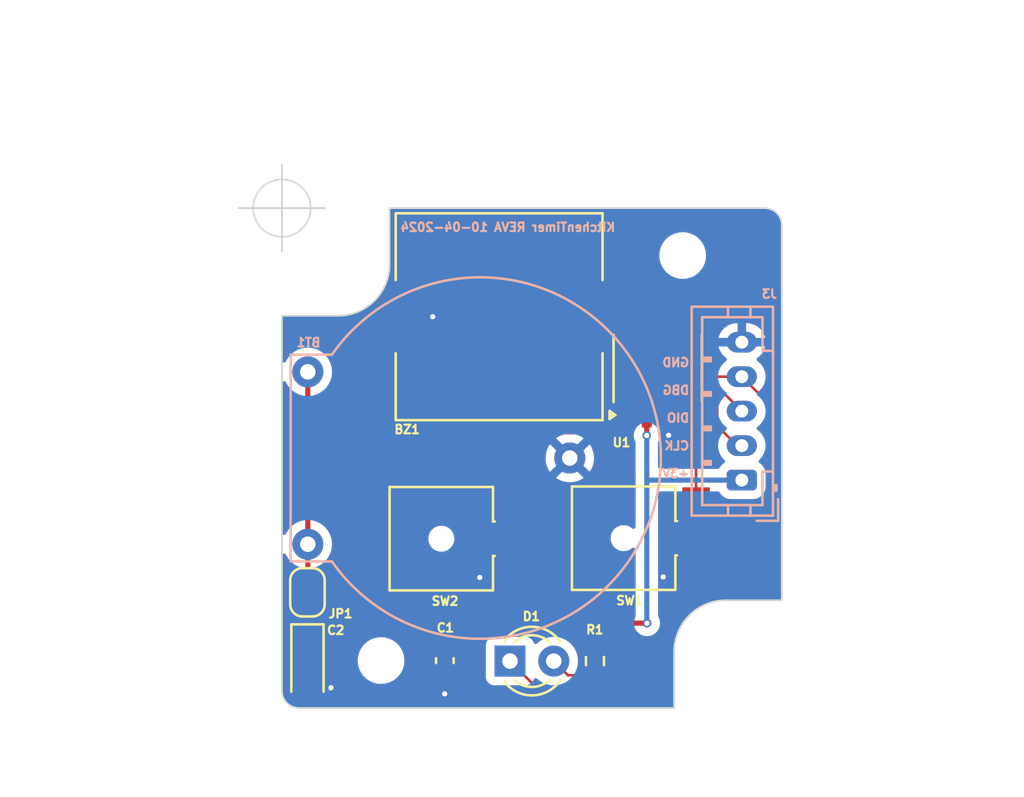
<source format=kicad_pcb>
(kicad_pcb (version 20221018) (generator pcbnew)
  (title_block (title "NiMHRegulator") (date "24 jun 2013") (company "SDL"))
  (layers (0 "F.Cu" signal) (31 "B.Cu" signal) (34 "B.Paste" user) (35 "F.Paste" user) (36 "B.SilkS" user "B.Silkscreen") (37 "F.SilkS" user "F.Silkscreen") (38 "B.Mask" user) (39 "F.Mask" user) (44 "Edge.Cuts" user))
  (net 0 "")
  (net 1 "GND")
  (net 2 "+3V0")
  (net 3 "Net-(BZ1--)")
  (net 4 "Net-(D1-A)")
  (net 5 "Net-(D1-K)")
  (net 6 "SWDIO")
  (net 7 "+BATT")
  (net 8 "SWCLK")
  (net 9 "Net-(U1-PC14{slash}PB7{slash}PB8{slash}PB9)")
  (net 10 "Net-(U1-PF2{slash}PA0{slash}PA1{slash}PA2)")
  (footprint "project_footprints:SW_TS06-667-50-BK-100-G-SMT-TR" (layer "F.Cu") (at 91.625 54.95 180)
    (fp_text reference "SW1" (at -0.345 -3.62 unlocked) (layer "F.SilkS") (effects (font (size 0.5 0.5) (thickness 0.125))))
    (fp_text value "SW_Push")
    (fp_line (start -3 -3) (end -3 -1) (stroke (width 0.15)) (layer "F.SilkS"))
    (fp_line (start -3 -1) (end -3.1 -1) (stroke (width 0.15)) (layer "F.SilkS"))
    (fp_line (start -3 1) (end -3.1 1) (stroke (width 0.15)) (layer "F.SilkS"))
    (fp_line (start -3 1) (end -3 3) (stroke (width 0.15)) (layer "F.SilkS"))
    (fp_line (start -3 3) (end 3 3) (stroke (width 0.15)) (layer "F.SilkS"))
    (fp_line (start 3 -3) (end -3 -3) (stroke (width 0.15)) (layer "F.SilkS"))
    (fp_line (start 3 3) (end 3 -3) (stroke (width 0.15)) (layer "F.SilkS"))
    (pad "1" smd rect (at -4.2 -2.25 180) (size 1.6 1.4) (layers "F.Cu" "F.Paste" "F.Mask") (net 1 "GND"))
    (pad "2" smd rect (at -4.2 2.25 180) (size 1.6 1.4) (layers "F.Cu" "F.Paste" "F.Mask") (net 10 "Net-(U1-PF2{slash}PA0{slash}PA1{slash}PA2)"))
    (pad "3" smd rect (at 4.2 -2.25 180) (size 1.6 1.4) (layers "F.Cu" "F.Paste" "F.Mask"))
    (pad "4" smd rect (at 4.2 2.25 180) (size 1.6 1.4) (layers "F.Cu" "F.Paste" "F.Mask"))
    (pad "5" smd rect (at -4.2 0 180) (size 1.6 1.4) (layers "F.Cu" "F.Paste" "F.Mask"))
  )
  (footprint "project_footprints:LocationHole_1mm" (layer "F.Cu") (at 81.045 54.98)
    (fp_text reference "H4" hide)
    (fp_text value "MountingHole")
    (pad "" np_thru_hole circle (at 0 0) (size 1 1) (drill 1) (layers "F&B.Cu" "*.Mask"))
  )
  (footprint "Jumper:SolderJumper-2_P1.3mm_Open_RoundedPad1.0x1.5mm" (layer "F.Cu") (at 73.28 58.09 -90)
    (fp_text reference "JP1" (at 1.24 -1.92 unlocked) (layer "F.SilkS") (effects (font (size 0.5 0.5))))
    (fp_text value "Jumper_2_Bridged")
    (fp_line (start -1.4 0.3) (end -1.4 -0.3) (stroke (width 0.15)) (layer "F.SilkS"))
    (fp_line (start -0.7 -1) (end 0.7 -1) (stroke (width 0.15)) (layer "F.SilkS"))
    (fp_line (start 0.7 1) (end -0.7 1) (stroke (width 0.15)) (layer "F.SilkS"))
    (fp_line (start 1.4 -0.3) (end 1.4 0.3) (stroke (width 0.15)) (layer "F.SilkS"))
    (fp_arc (start -1.4 -0.3) (mid -1.194975 -0.794975) (end -0.7 -1) (stroke (width 0.15)) (layer "F.SilkS"))
    (fp_arc (start -0.7 1) (mid -1.194975 0.794975) (end -1.4 0.3) (stroke (width 0.15)) (layer "F.SilkS"))
    (fp_arc (start 0.7 -1) (mid 1.194975 -0.794975) (end 1.4 -0.3) (stroke (width 0.15)) (layer "F.SilkS"))
    (fp_arc (start 1.4 0.3) (mid 1.194975 0.794975) (end 0.7 1) (stroke (width 0.15)) (layer "F.SilkS"))
    (pad "1" smd custom (at -0.65 0 270) (size 1 0.5) (layers "F.Cu" "F.Mask") (net 7 "+BATT") (options (clearance outline) (anchor rect)) (primitives (gr_circle (center 0 0.25) (end 0.5 0.25) (width 0) (fill yes)) (gr_circle (center 0 -0.25) (end 0.5 -0.25) (width 0) (fill yes)) (gr_poly (pts (xy 0.5 0.75) (xy 0 0.75) (xy 0 -0.75) (xy 0.5 -0.75)) (width 0) (fill yes))))
    (pad "2" smd custom (at 0.65 0 270) (size 1 0.5) (layers "F.Cu" "F.Mask") (net 2 "+3V0") (options (clearance outline) (anchor rect)) (primitives (gr_circle (center 0 0.25) (end 0.5 0.25) (width 0) (fill yes)) (gr_circle (center 0 -0.25) (end 0.5 -0.25) (width 0) (fill yes)) (gr_poly (pts (xy 0 0.75) (xy -0.5 0.75) (xy -0.5 -0.75) (xy 0 -0.75)) (width 0) (fill yes))))
  )
  (footprint "LED_THT:LED_D3.0mm" (layer "F.Cu") (at 85.03 62.08)
    (fp_text reference "D1" (at 1.24 -2.59 unlocked) (layer "F.SilkS") (effects (font (size 0.5 0.5))))
    (fp_text value "LED_Filled")
    (fp_line (start -0.29 -1.236) (end -0.29 -1.08) (stroke (width 0.15)) (layer "F.SilkS"))
    (fp_line (start -0.29 1.08) (end -0.29 1.236) (stroke (width 0.15)) (layer "F.SilkS"))
    (fp_arc (start -0.29 -1.235516) (mid 1.366487 -1.987659) (end 2.942335 -1.078608) (stroke (width 0.15)) (layer "F.SilkS"))
    (fp_arc (start 0.229039 -1.08) (mid 1.270117 -1.5) (end 2.31113 -1.079837) (stroke (width 0.15)) (layer "F.SilkS"))
    (fp_arc (start 2.31113 1.079837) (mid 1.270117 1.5) (end 0.229039 1.08) (stroke (width 0.15)) (layer "F.SilkS"))
    (fp_arc (start 2.942335 1.078608) (mid 1.366487 1.987659) (end -0.29 1.235516) (stroke (width 0.15)) (layer "F.SilkS"))
    (pad "1" thru_hole rect (at 0 0) (size 1.8 1.8) (drill 0.9) (layers "*.Cu" "*.Mask") (net 5 "Net-(D1-K)"))
    (pad "2" thru_hole circle (at 2.54 0) (size 1.8 1.8) (drill 0.9) (layers "*.Cu" "*.Mask") (net 4 "Net-(D1-A)"))
  )
  (footprint "Resistor_SMD:R_0603_1608Metric" (layer "F.Cu") (at 89.96 62.08 90)
    (fp_text reference "R1" (at 1.82 -0.01 unlocked) (layer "F.SilkS") (effects (font (size 0.5 0.5))))
    (fp_text value "4K7")
    (fp_line (start -0.237258 -0.5225) (end 0.237258 -0.5225) (stroke (width 0.15)) (layer "F.SilkS"))
    (fp_line (start -0.237258 0.5225) (end 0.237258 0.5225) (stroke (width 0.15)) (layer "F.SilkS"))
    (pad "1" smd roundrect (at -0.825 0 90) (size 0.8 0.95) (layers "F.Cu" "F.Paste" "F.Mask") (net 4 "Net-(D1-A)"))
    (pad "2" smd roundrect (at 0.825 0 90) (size 0.8 0.95) (layers "F.Cu" "F.Paste" "F.Mask") (net 2 "+3V0"))
  )
  (footprint "project_footprints:LocationHole_1mm" (layer "F.Cu") (at 91.625 54.95)
    (fp_text reference "H3" hide)
    (fp_text value "MountingHole")
    (pad "" np_thru_hole circle (at 0 0) (size 1 1) (drill 1) (layers "F&B.Cu" "*.Mask"))
  )
  (footprint "Capacitor_SMD:C_0603_1608Metric" (layer "F.Cu") (at 81.25 62.055 90)
    (fp_text reference "C1" (at 1.905 0.03 unlocked) (layer "F.SilkS") (effects (font (size 0.5 0.5))))
    (fp_text value "100n")
    (fp_line (start -0.14058 -0.51) (end 0.14058 -0.51) (stroke (width 0.15)) (layer "F.SilkS"))
    (fp_line (start -0.14058 0.51) (end 0.14058 0.51) (stroke (width 0.15)) (layer "F.SilkS"))
    (pad "1" smd roundrect (at -0.775 0 90) (size 0.9 0.95) (layers "F.Cu" "F.Paste" "F.Mask") (net 1 "GND"))
    (pad "2" smd roundrect (at 0.775 0 90) (size 0.9 0.95) (layers "F.Cu" "F.Paste" "F.Mask") (net 2 "+3V0"))
  )
  (footprint "MountingHole:MountingHole_2.2mm_M2" (layer "F.Cu") (at 77.55 62.05)
    (fp_text reference "H1" hide)
    (fp_text value "MountingHole")
    (pad "" np_thru_hole circle locked (at 0 0) (size 2.2 2.2) (drill 2.2) (layers "*.Cu" "*.Mask"))
  )
  (footprint "Capacitor_Tantalum_SMD:CP_EIA-3216-10_Kemet-I" (layer "F.Cu") (at 73.28 62.26 -90)
    (fp_text reference "C2" (at -1.97 -1.64 unlocked) (layer "F.SilkS") (effects (font (size 0.5 0.5))))
    (fp_text value "10u")
    (fp_line (start -2.31 -0.935) (end -2.31 0.935) (stroke (width 0.15)) (layer "F.SilkS"))
    (fp_line (start -2.31 0.935) (end 1.6 0.935) (stroke (width 0.15)) (layer "F.SilkS"))
    (fp_line (start 1.6 -0.935) (end -2.31 -0.935) (stroke (width 0.15)) (layer "F.SilkS"))
    (pad "1" smd roundrect (at -1.35 0 270) (size 1.4 1.35) (layers "F.Cu" "F.Paste" "F.Mask") (roundrect_rratio 0.1851851852) (net 2 "+3V0"))
    (pad "2" smd roundrect (at 1.35 0 270) (size 1.4 1.35) (layers "F.Cu" "F.Paste" "F.Mask") (roundrect_rratio 0.1851851852) (net 1 "GND"))
  )
  (footprint "project_footprints:Buzzer_Murata_PKLCS1212E4001-R1" (layer "F.Cu") (at 84.4 42.1 180)
    (fp_text reference "BZ1" (at 5.34 -6.54 unlocked) (layer "F.SilkS") (effects (font (size 0.5 0.5))))
    (fp_text value "Buzzer")
    (fp_line (start -6 -6) (end 6 -6) (stroke (width 0.15)) (layer "F.SilkS"))
    (fp_line (start -6 -2.125) (end -6 -6) (stroke (width 0.15)) (layer "F.SilkS"))
    (fp_line (start -6 6) (end -6 2.125) (stroke (width 0.15)) (layer "F.SilkS"))
    (fp_line (start 6 -6) (end 6 -2.125) (stroke (width 0.15)) (layer "F.SilkS"))
    (fp_line (start 6 2.125) (end 6 6) (stroke (width 0.15)) (layer "F.SilkS"))
    (fp_line (start 6 6) (end -6 6) (stroke (width 0.15)) (layer "F.SilkS"))
    (pad "1" smd rect (at -5.3 0 180) (size 1.5 4) (layers "F.Cu" "F.Paste" "F.Mask") (net 3 "Net-(BZ1--)"))
    (pad "2" smd rect (at 5.25 0 180) (size 1.5 4) (layers "F.Cu" "F.Paste" "F.Mask") (net 1 "GND"))
  )
  (footprint "project_footprints:SW_TS06-667-50-BK-100-G-SMT-TR" (layer "F.Cu") (at 81.045 54.98 180)
    (fp_text reference "SW2" (at -0.215 -3.62 unlocked) (layer "F.SilkS") (effects (font (size 0.5 0.5) (thickness 0.125))))
    (fp_text value "SW_Push")
    (fp_line (start -3 -3) (end -3 -1) (stroke (width 0.15)) (layer "F.SilkS"))
    (fp_line (start -3 -1) (end -3.1 -1) (stroke (width 0.15)) (layer "F.SilkS"))
    (fp_line (start -3 1) (end -3.1 1) (stroke (width 0.15)) (layer "F.SilkS"))
    (fp_line (start -3 1) (end -3 3) (stroke (width 0.15)) (layer "F.SilkS"))
    (fp_line (start -3 3) (end 3 3) (stroke (width 0.15)) (layer "F.SilkS"))
    (fp_line (start 3 -3) (end -3 -3) (stroke (width 0.15)) (layer "F.SilkS"))
    (fp_line (start 3 3) (end 3 -3) (stroke (width 0.15)) (layer "F.SilkS"))
    (pad "1" smd rect (at -4.2 -2.25 180) (size 1.6 1.4) (layers "F.Cu" "F.Paste" "F.Mask") (net 1 "GND"))
    (pad "2" smd rect (at -4.2 2.25 180) (size 1.6 1.4) (layers "F.Cu" "F.Paste" "F.Mask") (net 9 "Net-(U1-PC14{slash}PB7{slash}PB8{slash}PB9)"))
    (pad "3" smd rect (at 4.2 -2.25 180) (size 1.6 1.4) (layers "F.Cu" "F.Paste" "F.Mask"))
    (pad "4" smd rect (at 4.2 2.25 180) (size 1.6 1.4) (layers "F.Cu" "F.Paste" "F.Mask"))
    (pad "5" smd rect (at -4.2 0 180) (size 1.6 1.4) (layers "F.Cu" "F.Paste" "F.Mask"))
  )
  (footprint "Package_SO:SOIC-8_3.9x4.9mm_P1.27mm" (layer "F.Cu") (at 93.6 45.1 90)
    (fp_text reference "U1" (at -4.3 -2.1 unlocked) (layer "F.SilkS") (effects (font (size 0.5 0.5))))
    (fp_text value "STM32G041J6Mx")
    (fp_line (start 0 -2.56) (end -1.95 -2.56) (stroke (width 0.15)) (layer "F.SilkS"))
    (fp_line (start 0 -2.56) (end 1.95 -2.56) (stroke (width 0.15)) (layer "F.SilkS"))
    (fp_line (start 0 2.56) (end -1.95 2.56) (stroke (width 0.15)) (layer "F.SilkS"))
    (fp_line (start 0 2.56) (end 1.95 2.56) (stroke (width 0.15)) (layer "F.SilkS"))
    (fp_poly (pts (xy -2.7 -2.465) (xy -2.94 -2.795) (xy -2.46 -2.795) (xy -2.7 -2.465)) (stroke (width 0.15)) (fill solid) (layer "F.SilkS"))
    (pad "1" smd roundrect (at -2.475 -1.905 90) (size 1.95 0.6) (layers "F.Cu" "F.Paste" "F.Mask") (net 9 "Net-(U1-PC14{slash}PB7{slash}PB8{slash}PB9)"))
    (pad "2" smd roundrect (at -2.475 -0.635 90) (size 1.95 0.6) (layers "F.Cu" "F.Paste" "F.Mask") (net 2 "+3V0"))
    (pad "3" smd roundrect (at -2.475 0.635 90) (size 1.95 0.6) (layers "F.Cu" "F.Paste" "F.Mask") (net 1 "GND"))
    (pad "4" smd roundrect (at -2.475 1.905 90) (size 1.95 0.6) (layers "F.Cu" "F.Paste" "F.Mask") (net 10 "Net-(U1-PF2{slash}PA0{slash}PA1{slash}PA2)"))
    (pad "5" smd roundrect (at 2.475 1.905 90) (size 1.95 0.6) (layers "F.Cu" "F.Paste" "F.Mask") (net 3 "Net-(BZ1--)"))
    (pad "6" smd roundrect (at 2.475 0.635 90) (size 1.95 0.6) (layers "F.Cu" "F.Paste" "F.Mask") (net 5 "Net-(D1-K)"))
    (pad "7" smd roundrect (at 2.475 -0.635 90) (size 1.95 0.6) (layers "F.Cu" "F.Paste" "F.Mask") (net 6 "SWDIO"))
    (pad "8" smd roundrect (at 2.475 -1.905 90) (size 1.95 0.6) (layers "F.Cu" "F.Paste" "F.Mask") (net 8 "SWCLK"))
  )
  (footprint "MountingHole:MountingHole_2.2mm_M2" (layer "F.Cu") (at 95.05 38.55)
    (fp_text reference "H2" hide)
    (fp_text value "MountingHole")
    (pad "" np_thru_hole circle locked (at 0 0) (size 2.2 2.2) (drill 2.2) (layers "*.Cu" "*.Mask"))
  )
  (footprint "Connector_JST:JST_PH_B5B-PH-K_1x05_P2.00mm_Vertical" (layer "B.Cu") (at 98.48 51.58 90)
    (fp_text reference "J3" (at 10.8 1.6 unlocked) (layer "B.SilkS") (effects (font (size 0.5 0.5)) (justify mirror)))
    (fp_text value "Conn_01x05")
    (fp_line (start -2.36 2.11) (end -2.36 0.86) (stroke (width 0.15)) (layer "B.SilkS"))
    (fp_line (start -2.06 -2.91) (end 10.06 -2.91) (stroke (width 0.15)) (layer "B.SilkS"))
    (fp_line (start -2.06 -0.8) (end -1.45 -0.8) (stroke (width 0.15)) (layer "B.SilkS"))
    (fp_line (start -2.06 0.5) (end -1.45 0.5) (stroke (width 0.15)) (layer "B.SilkS"))
    (fp_line (start -2.06 1.81) (end -2.06 -2.91) (stroke (width 0.15)) (layer "B.SilkS"))
    (fp_line (start -1.45 -2.3) (end 9.45 -2.3) (stroke (width 0.15)) (layer "B.SilkS"))
    (fp_line (start -1.45 1.2) (end -1.45 -2.3) (stroke (width 0.15)) (layer "B.SilkS"))
    (fp_line (start -1.11 2.11) (end -2.36 2.11) (stroke (width 0.15)) (layer "B.SilkS"))
    (fp_line (start -0.6 2.01) (end -0.6 1.81) (stroke (width 0.15)) (layer "B.SilkS"))
    (fp_line (start -0.3 1.81) (end -0.3 2.01) (stroke (width 0.15)) (layer "B.SilkS"))
    (fp_line (start -0.3 1.91) (end -0.6 1.91) (stroke (width 0.15)) (layer "B.SilkS"))
    (fp_line (start -0.3 2.01) (end -0.6 2.01) (stroke (width 0.15)) (layer "B.SilkS"))
    (fp_line (start 0.5 1.2) (end -1.45 1.2) (stroke (width 0.15)) (layer "B.SilkS"))
    (fp_line (start 0.5 1.81) (end 0.5 1.2) (stroke (width 0.15)) (layer "B.SilkS"))
    (fp_line (start 0.9 -2.3) (end 0.9 -1.8) (stroke (width 0.15)) (layer "B.SilkS"))
    (fp_line (start 0.9 -1.8) (end 1.1 -1.8) (stroke (width 0.15)) (layer "B.SilkS"))
    (fp_line (start 1 -2.3) (end 1 -1.8) (stroke (width 0.15)) (layer "B.SilkS"))
    (fp_line (start 1.1 -1.8) (end 1.1 -2.3) (stroke (width 0.15)) (layer "B.SilkS"))
    (fp_line (start 2.9 -2.3) (end 2.9 -1.8) (stroke (width 0.15)) (layer "B.SilkS"))
    (fp_line (start 2.9 -1.8) (end 3.1 -1.8) (stroke (width 0.15)) (layer "B.SilkS"))
    (fp_line (start 3 -2.3) (end 3 -1.8) (stroke (width 0.15)) (layer "B.SilkS"))
    (fp_line (start 3.1 -1.8) (end 3.1 -2.3) (stroke (width 0.15)) (layer "B.SilkS"))
    (fp_line (start 4.9 -2.3) (end 4.9 -1.8) (stroke (width 0.15)) (layer "B.SilkS"))
    (fp_line (start 4.9 -1.8) (end 5.1 -1.8) (stroke (width 0.15)) (layer "B.SilkS"))
    (fp_line (start 5 -2.3) (end 5 -1.8) (stroke (width 0.15)) (layer "B.SilkS"))
    (fp_line (start 5.1 -1.8) (end 5.1 -2.3) (stroke (width 0.15)) (layer "B.SilkS"))
    (fp_line (start 6.9 -2.3) (end 6.9 -1.8) (stroke (width 0.15)) (layer "B.SilkS"))
    (fp_line (start 6.9 -1.8) (end 7.1 -1.8) (stroke (width 0.15)) (layer "B.SilkS"))
    (fp_line (start 7 -2.3) (end 7 -1.8) (stroke (width 0.15)) (layer "B.SilkS"))
    (fp_line (start 7.1 -1.8) (end 7.1 -2.3) (stroke (width 0.15)) (layer "B.SilkS"))
    (fp_line (start 7.5 1.2) (end 7.5 1.81) (stroke (width 0.15)) (layer "B.SilkS"))
    (fp_line (start 9.45 -2.3) (end 9.45 1.2) (stroke (width 0.15)) (layer "B.SilkS"))
    (fp_line (start 9.45 1.2) (end 7.5 1.2) (stroke (width 0.15)) (layer "B.SilkS"))
    (fp_line (start 10.06 -2.91) (end 10.06 1.81) (stroke (width 0.15)) (layer "B.SilkS"))
    (fp_line (start 10.06 -0.8) (end 9.45 -0.8) (stroke (width 0.15)) (layer "B.SilkS"))
    (fp_line (start 10.06 0.5) (end 9.45 0.5) (stroke (width 0.15)) (layer "B.SilkS"))
    (fp_line (start 10.06 1.81) (end -2.06 1.81) (stroke (width 0.15)) (layer "B.SilkS"))
    (pad "1" thru_hole roundrect (at 0 0 90) (size 1.2 1.75) (drill 0.75) (layers "*.Cu" "*.Mask") (roundrect_rratio 0.2083333333) (net 2 "+3V0"))
    (pad "2" thru_hole oval (at 2 0 90) (size 1.2 1.75) (drill 0.75) (layers "*.Cu" "*.Mask") (net 8 "SWCLK"))
    (pad "3" thru_hole oval (at 4 0 90) (size 1.2 1.75) (drill 0.75) (layers "*.Cu" "*.Mask") (net 6 "SWDIO"))
    (pad "4" thru_hole oval (at 6 0 90) (size 1.2 1.75) (drill 0.75) (layers "*.Cu" "*.Mask") (net 5 "Net-(D1-K)"))
    (pad "5" thru_hole oval (at 8 0 90) (size 1.2 1.75) (drill 0.75) (layers "*.Cu" "*.Mask") (net 1 "GND"))
  )
  (footprint "project_footprints:Trupower-CR2032-PCB-mount" (layer "B.Cu") (at 83.3 50.3)
    (fp_text reference "BT1" (at -9.96 -6.7 unlocked) (layer "B.SilkS") (effects (font (size 0.5 0.5)) (justify mirror)))
    (fp_text value "Battery_Cell" hide)
    (fp_line (start -10.99375 -6) (end -10.996875 6) (stroke (width 0.15)) (layer "B.SilkS"))
    (fp_line (start -10.99375 -6) (end -8.6 -6) (stroke (width 0.15)) (layer "B.SilkS"))
    (fp_line (start -10.99375 6) (end -8.6 6) (stroke (width 0.15)) (layer "B.SilkS"))
    (fp_arc (start -8.6 -6) (mid 10.486181 0) (end -8.6 6) (stroke (width 0.15)) (layer "B.SilkS"))
    (pad "1" thru_hole circle (at -10 -5 90) (size 1.8 1.8) (drill 0.9) (layers "*.Cu" "*.Mask") (net 7 "+BATT"))
    (pad "1" thru_hole circle (at -10 5 90) (size 1.8 1.8) (drill 0.9) (layers "*.Cu" "*.Mask") (net 7 "+BATT"))
    (pad "2" thru_hole circle (at 5.2 0 90) (size 1.8 1.8) (drill 0.9) (layers "*.Cu" "*.Mask") (net 1 "GND"))
  )
  (gr_arc (start 99.8 35.8) (mid 100.507107 36.092893) (end 100.8 36.8) (stroke (width 0.1)) (layer "Edge.Cuts"))
  (gr_line (start 94.55 64.8) (end 72.8 64.8) (stroke (width 0.1)) (layer "Edge.Cuts"))
  (gr_arc (start 72.8 64.8) (mid 72.092893 64.507107) (end 71.8 63.8) (stroke (width 0.1)) (layer "Edge.Cuts"))
  (gr_line (start 71.8 63.8) (end 71.8 42.05) (stroke (width 0.1)) (layer "Edge.Cuts"))
  (gr_line (start 78.05 39.05) (end 78.05 35.8) (stroke (width 0.1)) (layer "Edge.Cuts"))
  (gr_line (start 100.8 36.8) (end 100.8 58.55) (stroke (width 0.1)) (layer "Edge.Cuts"))
  (gr_arc (start 78.05 39.05) (mid 77.17132 41.17132) (end 75.05 42.05) (stroke (width 0.1)) (layer "Edge.Cuts"))
  (gr_line (start 99.8 35.8) (end 78.05 35.8) (stroke (width 0.1)) (layer "Edge.Cuts"))
  (gr_line (start 97.55 58.55) (end 100.8 58.55) (stroke (width 0.1)) (layer "Edge.Cuts"))
  (gr_line (start 94.55 61.55) (end 94.55 64.8) (stroke (width 0.1)) (layer "Edge.Cuts"))
  (gr_arc (start 94.55 61.55) (mid 95.42868 59.42868) (end 97.55 58.55) (stroke (width 0.1)) (layer "Edge.Cuts"))
  (gr_line (start 75.05 42.05) (end 71.8 42.05) (stroke (width 0.1)) (layer "Edge.Cuts"))
  (gr_text "KitchenTimer REVA 10-04-2024" (at 91.2 37.2) (layer "B.SilkS") (effects (font (size 0.5 0.5) (thickness 0.15) bold) (justify left bottom mirror)))
  (gr_text "GND\n\nDBG\n\nDIO \n\nCLK\n\n+3V\n" (at 95.49 51.49) (layer "B.SilkS") (effects (font (size 0.5 0.5) (thickness 0.15) bold) (justify left bottom mirror)))
  (target plus (at 71.8 35.8) (size 5) (width 0.1) (layer "Edge.Cuts"))
  (segment (start 81.25 63.97) (end 81.24 63.98) (width 0.3) (layer "F.Cu") (net 1))
  (segment (start 73.28 63.61) (end 74.62 63.61) (width 0.3) (layer "F.Cu") (net 1))
  (segment (start 81.25 62.83) (end 81.25 63.97) (width 0.3) (layer "F.Cu") (net 1))
  (segment (start 74.62 63.61) (end 74.64 63.63) (width 0.3) (layer "F.Cu") (net 1))
  (segment (start 94.235 47.575) (end 94.235 48.98) (width 0.3) (layer "F.Cu") (net 1))
  (segment (start 93.91 57.21) (end 93.92 57.2) (width 0.3) (layer "F.Cu") (net 1))
  (segment (start 79.15 42.1) (end 80.55 42.1) (width 0.3) (layer "F.Cu") (net 1))
  (segment (start 95.825 57.2) (end 93.92 57.2) (width 0.3) (layer "F.Cu") (net 1))
  (segment (start 85.245 57.23) (end 83.28 57.23) (width 0.3) (layer "F.Cu") (net 1))
  (via (at 83.28 57.23) (size 0.5) (drill 0.3) (layers "F.Cu" "B.Cu") (net 1))
  (via (at 74.64 63.63) (size 0.5) (drill 0.3) (layers "F.Cu" "B.Cu") (net 1))
  (via (at 80.55 42.1) (size 0.5) (drill 0.3) (layers "F.Cu" "B.Cu") (net 1))
  (via (at 81.24 63.98) (size 0.5) (drill 0.3) (layers "F.Cu" "B.Cu") (net 1))
  (via (at 93.92 57.2) (size 0.5) (drill 0.3) (layers "F.Cu" "B.Cu") (net 1))
  (via (at 94.235 48.98) (size 0.5) (drill 0.3) (layers "F.Cu" "B.Cu") (net 1))
  (segment (start 92.98 59.88) (end 89.39 59.88) (width 0.3) (layer "F.Cu") (net 2))
  (segment (start 73.28 58.74) (end 73.28 60.91) (width 0.3) (layer "F.Cu") (net 2))
  (segment (start 89.96 61.255) (end 89.96 59.98) (width 0.3) (layer "F.Cu") (net 2))
  (segment (start 81.24 59.88) (end 73.28 59.88) (width 0.3) (layer "F.Cu") (net 2))
  (segment (start 81.25 59.89) (end 81.24 59.88) (width 0.3) (layer "F.Cu") (net 2))
  (segment (start 92.965 48.99) (end 92.965 47.575) (width 0.3) (layer "F.Cu") (net 2))
  (segment (start 81.25 61.28) (end 81.25 59.89) (width 0.3) (layer "F.Cu") (net 2))
  (segment (start 73.28 59.88) (end 73.28 60.91) (width 0.3) (layer "F.Cu") (net 2))
  (segment (start 89.39 59.88) (end 81.24 59.88) (width 0.3) (layer "F.Cu") (net 2))
  (via (at 92.98 59.88) (size 0.5) (drill 0.3) (layers "F.Cu" "B.Cu") (net 2))
  (via (at 92.965 48.99) (size 0.5) (drill 0.3) (layers "F.Cu" "B.Cu") (net 2))
  (segment (start 92.98 51.58) (end 92.97 51.57) (width 0.3) (layer "B.Cu") (net 2))
  (segment (start 98.48 51.58) (end 92.98 51.58) (width 0.3) (layer "B.Cu") (net 2))
  (segment (start 92.965 48.99) (end 92.97 51.57) (width 0.3) (layer "B.Cu") (net 2))
  (segment (start 92.97 51.57) (end 92.97 59.87) (width 0.3) (layer "B.Cu") (net 2))
  (segment (start 92.97 59.87) (end 92.98 59.88) (width 0.3) (layer "B.Cu") (net 2))
  (segment (start 95.505 42.625) (end 95.505 41.555) (width 0.15) (layer "F.Cu") (net 3))
  (segment (start 95.28 41.33) (end 90.47 41.33) (width 0.15) (layer "F.Cu") (net 3))
  (segment (start 90.47 41.33) (end 89.7 42.1) (width 0.15) (layer "F.Cu") (net 3))
  (segment (start 95.505 41.555) (end 95.28 41.33) (width 0.15) (layer "F.Cu") (net 3))
  (segment (start 87.57 62.08) (end 88.395 62.905) (width 0.15) (layer "F.Cu") (net 4))
  (segment (start 88.395 62.905) (end 89.96 62.905) (width 0.15) (layer "F.Cu") (net 4))
  (segment (start 94.235 42.625) (end 94.235 43.599999) (width 0.15) (layer "F.Cu") (net 5))
  (segment (start 96.215001 45.58) (end 98.48 45.58) (width 0.15) (layer "F.Cu") (net 5))
  (segment (start 99.16 58.26) (end 100.32 57.1) (width 0.15) (layer "F.Cu") (net 5))
  (segment (start 94.235 43.599999) (end 96.215001 45.58) (width 0.15) (layer "F.Cu") (net 5))
  (segment (start 85.03 62.08) (end 86.65 63.7) (width 0.15) (layer "F.Cu") (net 5))
  (segment (start 100.32 47.42) (end 98.48 45.58) (width 0.15) (layer "F.Cu") (net 5))
  (segment (start 90.73 63.7) (end 96.17 58.26) (width 0.15) (layer "F.Cu") (net 5))
  (segment (start 100.32 57.1) (end 100.32 47.42) (width 0.15) (layer "F.Cu") (net 5))
  (segment (start 96.17 58.26) (end 99.16 58.26) (width 0.15) (layer "F.Cu") (net 5))
  (segment (start 86.65 63.7) (end 90.73 63.7) (width 0.15) (layer "F.Cu") (net 5))
  (segment (start 94.075001 44.71) (end 94.874264 44.71) (width 0.15) (layer "F.Cu") (net 6))
  (segment (start 96.4 46.235736) (end 97.135736 46.235736) (width 0.15) (layer "F.Cu") (net 6))
  (segment (start 92.965 42.625) (end 92.965 43.599999) (width 0.15) (layer "F.Cu") (net 6))
  (segment (start 94.874264 44.71) (end 96.4 46.235736) (width 0.15) (layer "F.Cu") (net 6))
  (segment (start 97.135736 46.235736) (end 98.48 47.58) (width 0.15) (layer "F.Cu") (net 6))
  (segment (start 92.965 43.599999) (end 94.075001 44.71) (width 0.15) (layer "F.Cu") (net 6))
  (segment (start 73.3 55.3) (end 73.3 45.3) (width 0.3) (layer "F.Cu") (net 7))
  (segment (start 73.3 57.42) (end 73.28 57.44) (width 0.3) (layer "F.Cu") (net 7))
  (segment (start 73.3 55.3) (end 73.3 57.42) (width 0.3) (layer "F.Cu") (net 7))
  (segment (start 98.205 49.58) (end 98.48 49.58) (width 0.15) (layer "F.Cu") (net 8))
  (segment (start 91.695 42.625) (end 91.695 43.599999) (width 0.15) (layer "F.Cu") (net 8))
  (segment (start 97.06 47.32) (end 97.06 48.435) (width 0.15) (layer "F.Cu") (net 8))
  (segment (start 94.75 45.01) (end 97.06 47.32) (width 0.15) (layer "F.Cu") (net 8))
  (segment (start 97.06 48.435) (end 98.205 49.58) (width 0.15) (layer "F.Cu") (net 8))
  (segment (start 91.695 43.599999) (end 93.105001 45.01) (width 0.15) (layer "F.Cu") (net 8))
  (segment (start 93.105001 45.01) (end 94.75 45.01) (width 0.15) (layer "F.Cu") (net 8))
  (segment (start 85.245 49.525) (end 85.245 52.73) (width 0.15) (layer "F.Cu") (net 9))
  (segment (start 85.92 48.85) (end 85.245 49.525) (width 0.15) (layer "F.Cu") (net 9))
  (segment (start 91.695 47.575) (end 91.695 48.905) (width 0.15) (layer "F.Cu") (net 9))
  (segment (start 91.38 49.22) (end 89.88 49.22) (width 0.15) (layer "F.Cu") (net 9))
  (segment (start 91.695 48.905) (end 91.38 49.22) (width 0.15) (layer "F.Cu") (net 9))
  (segment (start 89.88 49.22) (end 89.51 48.85) (width 0.15) (layer "F.Cu") (net 9))
  (segment (start 89.51 48.85) (end 85.92 48.85) (width 0.15) (layer "F.Cu") (net 9))
  (segment (start 95.505 48.955) (end 95.825 49.275) (width 0.15) (layer "F.Cu") (net 10))
  (segment (start 95.505 47.575) (end 95.505 48.955) (width 0.15) (layer "F.Cu") (net 10))
  (segment (start 95.825 49.275) (end 95.825 52.7) (width 0.15) (layer "F.Cu") (net 10))
  (zone (net 1) (net_name "GND") (layer "B.Cu") (connect_pads (clearance 0.5)) (min_thickness 0.25) (fill yes (thermal_gap 0.5) (thermal_bridge_width 0.5))
    (polygon (pts (xy 71.8 35.8) (xy 100.8 35.8) (xy 100.8 64.8) (xy 71.8 64.8)))
  )
)
</source>
